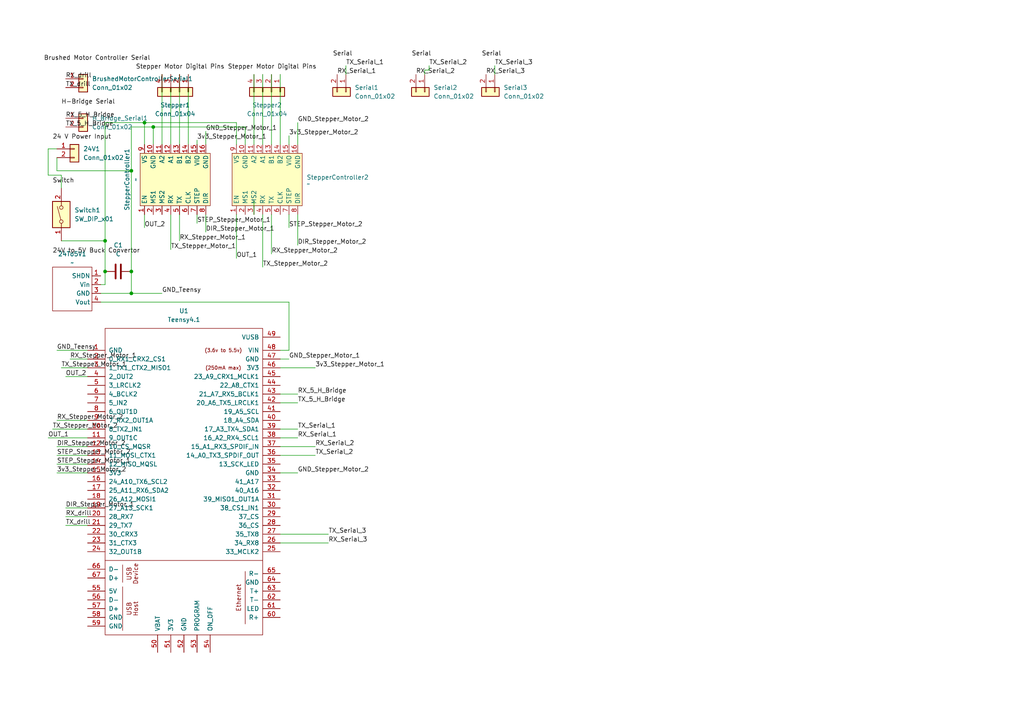
<source format=kicad_sch>
(kicad_sch (version 20231120) (generator "eeschema") (generator_version "8.0")
  (paper "A4")
  (lib_symbols
    (symbol "Bigtree_Tech_TMC2209_V1.3_1"
      (property "Reference" "StepperController1" (at 0 13.97 0))
      (property "Value" "~" (at 0 11.43 0))
      (symbol "Bigtree_Tech_TMC2209_V1.3_1_1_0"
        (pin power_in line (at 10.16 6.35 180) (length 2.54) (name "GND") (number "10"))
        (pin output line (at 10.16 3.81 180) (length 2.54) (name "A2") (number "11"))
        (pin output line (at 10.16 1.27 180) (length 2.54) (name "A1") (number "12"))
        (pin output line (at 10.16 -1.27 180) (length 2.54) (name "B1") (number "13"))
        (pin output line (at 10.16 -3.81 180) (length 2.54) (name "B2") (number "14"))
        (pin power_in line (at 10.16 -6.35 180) (length 2.54) (name "VIO") (number "15"))
        (pin power_in line (at 10.16 -8.89 180) (length 2.54) (name "GND") (number "16"))
        (pin power_in line (at 10.16 8.89 180) (length 2.54) (name "VS") (number "9"))
      )
      (symbol "Bigtree_Tech_TMC2209_V1.3_1_1_1"
        (rectangle (start -7.62 10.16) (end 7.62 -10.16) (fill (type background)))
        (pin input line (at -10.16 8.89 0) (length 2.54) (name "EN") (number "1"))
        (pin input line (at -10.16 6.35 0) (length 2.54) (name "MS1") (number "2"))
        (pin input line (at -10.16 3.81 0) (length 2.54) (name "MS2") (number "3"))
        (pin input line (at -10.16 1.27 0) (length 2.54) (name "RX") (number "4"))
        (pin output line (at -10.16 -1.27 0) (length 2.54) (name "TX") (number "5"))
        (pin input line (at -10.16 -3.81 0) (length 2.54) (name "CLK") (number "6"))
        (pin output line (at -10.16 -6.35 0) (length 2.54) (name "STEP") (number "7"))
        (pin output line (at -10.16 -8.89 0) (length 2.54) (name "DIR") (number "8"))
      )
    )
    (symbol "Connector_Generic:Conn_01x02" (pin_names (offset 1.016) hide)
      (property "Reference" "J" (at 0 2.54 0))
      (property "Value" "Conn_01x02" (at 0 -5.08 0))
      (symbol "Conn_01x02_1_1"
        (rectangle (start -1.27 -2.413) (end 0 -2.667) (stroke (width 0.1524)))
        (rectangle (start -1.27 0.127) (end 0 -0.127) (stroke (width 0.1524)))
        (rectangle (start -1.27 1.27) (end 1.27 -3.81) (stroke (width 0.254)) (fill (type background)))
        (pin passive line (at -5.08 0 0) (length 3.81) (name "Pin_1") (number "1"))
        (pin passive line (at -5.08 -2.54 0) (length 3.81) (name "Pin_2") (number "2"))
      )
    )
    (symbol "Connector_Generic:Conn_01x04" (pin_names (offset 1.016) hide)
      (property "Reference" "J" (at 0 5.08 0))
      (property "Value" "Conn_01x04" (at 0 -7.62 0))
      (symbol "Conn_01x04_1_1"
        (rectangle (start -1.27 -4.953) (end 0 -5.207) (stroke (width 0.1524)))
        (rectangle (start -1.27 -2.413) (end 0 -2.667) (stroke (width 0.1524)))
        (rectangle (start -1.27 0.127) (end 0 -0.127) (stroke (width 0.1524)))
        (rectangle (start -1.27 2.667) (end 0 2.413) (stroke (width 0.1524)))
        (rectangle (start -1.27 3.81) (end 1.27 -6.35) (stroke (width 0.254)) (fill (type background)))
        (pin passive line (at -5.08 2.54 0) (length 3.81) (name "Pin_1") (number "1"))
        (pin passive line (at -5.08 0 0) (length 3.81) (name "Pin_2") (number "2"))
        (pin passive line (at -5.08 -2.54 0) (length 3.81) (name "Pin_3") (number "3"))
        (pin passive line (at -5.08 -5.08 0) (length 3.81) (name "Pin_4") (number "4"))
      )
    )
    (symbol "Device:C" (pin_numbers hide) (pin_names (offset 0.254))
      (property "Reference" "C" (at 0.635 2.54 0))
      (property "Value" "C" (at 0.635 -2.54 0))
      (symbol "C_0_1"
        (polyline (pts (xy -2.032 -0.762) (xy 2.032 -0.762)) (stroke (width 0.508)))
        (polyline (pts (xy -2.032 0.762) (xy 2.032 0.762)) (stroke (width 0.508)))
      )
      (symbol "C_1_1"
        (pin passive line (at 0 3.81 270) (length 2.794) (name "~") (number "1"))
        (pin passive line (at 0 -3.81 90) (length 2.794) (name "~") (number "2"))
      )
    )
    (symbol "Pololu_5V_D24V5F5:D24V5F5"
      (property "Reference" "U2" (at -5.715 11.43 0))
      (property "Value" "~" (at -5.715 8.89 0))
      (symbol "D24V5F5_0_1"
        (rectangle (start 0 7.62) (end -11.43 -5.08))
      )
      (symbol "D24V5F5_1_1"
        (pin power_in line (at 2.54 5.08 180) (length 2.54) (name "SHDN") (number "1"))
        (pin power_in line (at 2.54 2.54 180) (length 2.54) (name "Vin") (number "2"))
        (pin power_in line (at 2.54 0 180) (length 2.54) (name "GND") (number "3"))
        (pin power_out line (at 2.54 -2.54 180) (length 2.54) (name "Vout") (number "4"))
      )
    )
    (symbol "Switch:SW_DIP_x01" (pin_names (offset 0) hide)
      (property "Reference" "SW" (at 0 3.81 0))
      (property "Value" "SW_DIP_x01" (at 0 -3.81 0))
      (symbol "SW_DIP_x01_0_0"
        (circle (center -2.032 0) (radius 0.508))
        (polyline (pts (xy -1.524 0.127) (xy 2.3622 1.1684)))
        (circle (center 2.032 0) (radius 0.508))
      )
      (symbol "SW_DIP_x01_0_1"
        (rectangle (start -3.81 2.54) (end 3.81 -2.54) (stroke (width 0.254)) (fill (type background)))
      )
      (symbol "SW_DIP_x01_1_1"
        (pin passive line (at -7.62 0 0) (length 5.08) (name "~") (number "1"))
        (pin passive line (at 7.62 0 180) (length 5.08) (name "~") (number "2"))
      )
    )
    (symbol "TMC2209:Bigtree_Tech_TMC2209_V1.3"
      (property "Reference" "StepperController2" (at 0.6351 -11.43 90))
      (property "Value" "~" (at -1.27 -11.43 90))
      (symbol "Bigtree_Tech_TMC2209_V1.3_1_0"
        (pin power_in line (at 10.16 6.35 180) (length 2.54) (name "GND") (number "10"))
        (pin output line (at 10.16 3.81 180) (length 2.54) (name "A2") (number "11"))
        (pin output line (at 10.16 1.27 180) (length 2.54) (name "A1") (number "12"))
        (pin output line (at 10.16 -1.27 180) (length 2.54) (name "B1") (number "13"))
        (pin output line (at 10.16 -3.81 180) (length 2.54) (name "B2") (number "14"))
        (pin power_in line (at 10.16 -6.35 180) (length 2.54) (name "VIO") (number "15"))
        (pin power_in line (at 10.16 -8.89 180) (length 2.54) (name "GND") (number "16"))
        (pin power_in line (at 10.16 8.89 180) (length 2.54) (name "VS") (number "9"))
      )
      (symbol "Bigtree_Tech_TMC2209_V1.3_1_1"
        (rectangle (start -7.62 10.16) (end 7.62 -10.16) (fill (type background)))
        (pin input line (at -10.16 8.89 0) (length 2.54) (name "EN") (number "1"))
        (pin input line (at -10.16 6.35 0) (length 2.54) (name "MS1") (number "2"))
        (pin input line (at -10.16 3.81 0) (length 2.54) (name "MS2") (number "3"))
        (pin input line (at -10.16 1.27 0) (length 2.54) (name "RX") (number "4"))
        (pin output line (at -10.16 -1.27 0) (length 2.54) (name "TX") (number "5"))
        (pin input line (at -10.16 -3.81 0) (length 2.54) (name "CLK") (number "6"))
        (pin output line (at -10.16 -6.35 0) (length 2.54) (name "STEP") (number "7"))
        (pin output line (at -10.16 -8.89 0) (length 2.54) (name "DIR") (number "8"))
      )
    )
    (symbol "teensy:Teensy4.1" (pin_names (offset 1.016))
      (property "Reference" "U" (at 0 64.77 0))
      (property "Value" "Teensy4.1" (at 0 62.23 0))
      (symbol "Teensy4.1_0_0"
        (polyline (pts (xy -22.86 -6.35) (xy 22.86 -6.35)))
        (polyline (pts (xy -17.78 -26.67) (xy -17.78 -13.97)))
        (polyline (pts (xy -17.78 -7.62) (xy -17.78 -12.7)))
        (polyline (pts (xy 17.78 -9.525) (xy 17.78 -24.765)))
        (text "(250mA max)" (at 11.43 49.53 0) (effects (font (size 1.016 1.016))))
        (text "(3.6v to 5.5v)" (at 11.43 54.61 0) (effects (font (size 1.016 1.016))))
        (text "Device" (at -13.97 -10.16 900) (effects (font (size 1.27 1.27))))
        (text "Ethernet" (at 15.875 -17.145 900) (effects (font (size 1.27 1.27))))
        (text "Host" (at -13.97 -20.32 900) (effects (font (size 1.27 1.27))))
        (text "USB" (at -15.875 -20.32 900) (effects (font (size 1.27 1.27))))
        (text "USB" (at -15.875 -10.16 900) (effects (font (size 1.27 1.27))))
        (pin bidirectional line (at -27.94 31.75 0) (length 5.08) (name "8_TX2_IN1") (number "10"))
        (pin bidirectional line (at -27.94 29.21 0) (length 5.08) (name "9_OUT1C") (number "11"))
        (pin bidirectional line (at -27.94 26.67 0) (length 5.08) (name "10_CS_MQSR") (number "12"))
        (pin bidirectional line (at -27.94 24.13 0) (length 5.08) (name "11_MOSI_CTX1") (number "13"))
        (pin bidirectional line (at -27.94 21.59 0) (length 5.08) (name "12_MISO_MQSL") (number "14"))
        (pin power_in line (at -27.94 19.05 0) (length 5.08) (name "3V3") (number "15"))
        (pin bidirectional line (at -27.94 16.51 0) (length 5.08) (name "24_A10_TX6_SCL2") (number "16"))
        (pin bidirectional line (at -27.94 13.97 0) (length 5.08) (name "25_A11_RX6_SDA2") (number "17"))
        (pin bidirectional line (at -27.94 11.43 0) (length 5.08) (name "26_A12_MOSI1") (number "18"))
        (pin bidirectional line (at -27.94 8.89 0) (length 5.08) (name "27_A13_SCK1") (number "19"))
        (pin bidirectional line (at -27.94 6.35 0) (length 5.08) (name "28_RX7") (number "20"))
        (pin bidirectional line (at -27.94 3.81 0) (length 5.08) (name "29_TX7") (number "21"))
        (pin bidirectional line (at -27.94 1.27 0) (length 5.08) (name "30_CRX3") (number "22"))
        (pin bidirectional line (at -27.94 -1.27 0) (length 5.08) (name "31_CTX3") (number "23"))
        (pin bidirectional line (at -27.94 -3.81 0) (length 5.08) (name "32_OUT1B") (number "24"))
        (pin bidirectional line (at 27.94 -3.81 180) (length 5.08) (name "33_MCLK2") (number "25"))
        (pin bidirectional line (at 27.94 -1.27 180) (length 5.08) (name "34_RX8") (number "26"))
        (pin bidirectional line (at 27.94 1.27 180) (length 5.08) (name "35_TX8") (number "27"))
        (pin bidirectional line (at 27.94 3.81 180) (length 5.08) (name "36_CS") (number "28"))
        (pin bidirectional line (at 27.94 6.35 180) (length 5.08) (name "37_CS") (number "29"))
        (pin bidirectional line (at 27.94 8.89 180) (length 5.08) (name "38_CS1_IN1") (number "30"))
        (pin bidirectional line (at 27.94 11.43 180) (length 5.08) (name "39_MISO1_OUT1A") (number "31"))
        (pin bidirectional line (at 27.94 13.97 180) (length 5.08) (name "40_A16") (number "32"))
        (pin bidirectional line (at 27.94 16.51 180) (length 5.08) (name "41_A17") (number "33"))
        (pin bidirectional line (at 27.94 21.59 180) (length 5.08) (name "13_SCK_LED") (number "35"))
        (pin bidirectional line (at 27.94 24.13 180) (length 5.08) (name "14_A0_TX3_SPDIF_OUT") (number "36"))
        (pin bidirectional line (at 27.94 26.67 180) (length 5.08) (name "15_A1_RX3_SPDIF_IN") (number "37"))
        (pin bidirectional line (at 27.94 29.21 180) (length 5.08) (name "16_A2_RX4_SCL1") (number "38"))
        (pin bidirectional line (at 27.94 31.75 180) (length 5.08) (name "17_A3_TX4_SDA1") (number "39"))
        (pin bidirectional line (at 27.94 34.29 180) (length 5.08) (name "18_A4_SDA") (number "40"))
        (pin bidirectional line (at 27.94 36.83 180) (length 5.08) (name "19_A5_SCL") (number "41"))
        (pin bidirectional line (at 27.94 39.37 180) (length 5.08) (name "20_A6_TX5_LRCLK1") (number "42"))
        (pin bidirectional line (at 27.94 41.91 180) (length 5.08) (name "21_A7_RX5_BCLK1") (number "43"))
        (pin bidirectional line (at 27.94 44.45 180) (length 5.08) (name "22_A8_CTX1") (number "44"))
        (pin bidirectional line (at 27.94 46.99 180) (length 5.08) (name "23_A9_CRX1_MCLK1") (number "45"))
        (pin output line (at 27.94 49.53 180) (length 5.08) (name "3V3") (number "46"))
        (pin output line (at 27.94 52.07 180) (length 5.08) (name "GND") (number "47"))
        (pin power_in line (at 27.94 54.61 180) (length 5.08) (name "VIN") (number "48"))
        (pin power_out line (at 27.94 58.42 180) (length 5.08) (name "VUSB") (number "49"))
        (pin bidirectional line (at -27.94 44.45 0) (length 5.08) (name "3_LRCLK2") (number "5"))
        (pin power_in line (at -7.62 -33.02 90) (length 5.08) (name "VBAT") (number "50"))
        (pin power_in line (at -3.81 -33.02 90) (length 5.08) (name "3V3") (number "51"))
        (pin input line (at 0 -33.02 90) (length 5.08) (name "GND") (number "52"))
        (pin input line (at 3.81 -33.02 90) (length 5.08) (name "PROGRAM") (number "53"))
        (pin input line (at 7.62 -33.02 90) (length 5.08) (name "ON_OFF") (number "54"))
        (pin power_out line (at -27.94 -15.24 0) (length 5.08) (name "5V") (number "55"))
        (pin bidirectional line (at -27.94 -17.78 0) (length 5.08) (name "D-") (number "56"))
        (pin bidirectional line (at -27.94 -20.32 0) (length 5.08) (name "D+") (number "57"))
        (pin power_in line (at -27.94 -22.86 0) (length 5.08) (name "GND") (number "58"))
        (pin power_in line (at -27.94 -25.4 0) (length 5.08) (name "GND") (number "59"))
        (pin bidirectional line (at -27.94 41.91 0) (length 5.08) (name "4_BCLK2") (number "6"))
        (pin bidirectional line (at 27.94 -22.86 180) (length 5.08) (name "R+") (number "60"))
        (pin bidirectional line (at 27.94 -20.32 180) (length 5.08) (name "LED") (number "61"))
        (pin bidirectional line (at 27.94 -17.78 180) (length 5.08) (name "T-") (number "62"))
        (pin bidirectional line (at 27.94 -15.24 180) (length 5.08) (name "T+") (number "63"))
        (pin power_in line (at 27.94 -12.7 180) (length 5.08) (name "GND") (number "64"))
        (pin bidirectional line (at 27.94 -10.16 180) (length 5.08) (name "R-") (number "65"))
        (pin bidirectional line (at -27.94 -8.89 0) (length 5.08) (name "D-") (number "66"))
        (pin bidirectional line (at -27.94 -11.43 0) (length 5.08) (name "D+") (number "67"))
        (pin bidirectional line (at -27.94 39.37 0) (length 5.08) (name "5_IN2") (number "7"))
        (pin bidirectional line (at -27.94 36.83 0) (length 5.08) (name "6_OUT1D") (number "8"))
        (pin bidirectional line (at -27.94 34.29 0) (length 5.08) (name "7_RX2_OUT1A") (number "9"))
      )
      (symbol "Teensy4.1_0_1"
        (rectangle (start -22.86 60.96) (end 22.86 -27.94))
        (rectangle (start -20.32 -1.27) (end -20.32 -1.27))
      )
      (symbol "Teensy4.1_1_1"
        (pin power_in line (at -27.94 54.61 0) (length 5.08) (name "GND") (number "1"))
        (pin bidirectional line (at -27.94 52.07 0) (length 5.08) (name "0_RX1_CRX2_CS1") (number "2"))
        (pin bidirectional line (at -27.94 49.53 0) (length 5.08) (name "1_TX1_CTX2_MISO1") (number "3"))
        (pin power_in line (at 27.94 19.05 180) (length 5.08) (name "GND") (number "34"))
        (pin bidirectional line (at -27.94 46.99 0) (length 5.08) (name "2_OUT2") (number "4"))
      )
    )
  )
  (junction (at 44.45 36.83))
  (junction (at 38.1 85.09))
  (junction (at 30.48 78.74))
  (junction (at 38.1 78.74))
  (junction (at 41.91 35.56))
  (junction (at 38.1 49.53))
  (junction (at 30.48 69.85))
  (wire (pts (xy 16.51 43.18) (xy 13.97 43.18)))
  (wire (pts (xy 86.36 71.12) (xy 86.36 62.23)))
  (wire (pts (xy 73.66 21.59) (xy 73.66 41.91)))
  (wire (pts (xy 29.21 85.09) (xy 38.1 85.09)))
  (wire (pts (xy 81.28 137.16) (xy 86.36 137.16)))
  (wire (pts (xy 41.91 62.23) (xy 41.91 66.04)))
  (wire (pts (xy 30.48 82.55) (xy 29.21 82.55)))
  (wire (pts (xy 19.05 149.86) (xy 25.4 149.86)))
  (wire (pts (xy 81.28 116.84) (xy 86.36 116.84)))
  (wire (pts (xy 13.97 50.8) (xy 17.78 50.8)))
  (wire (pts (xy 19.05 152.4) (xy 25.4 152.4)))
  (wire (pts (xy 86.36 35.56) (xy 86.36 41.91)))
  (wire (pts (xy 81.28 124.46) (xy 86.36 124.46)))
  (wire (pts (xy 81.28 104.14) (xy 83.82 104.14)))
  (wire (pts (xy 17.78 69.85) (xy 30.48 69.85)))
  (wire (pts (xy 30.48 35.56) (xy 41.91 35.56)))
  (wire (pts (xy 38.1 49.53) (xy 16.51 49.53)))
  (wire (pts (xy 16.51 49.53) (xy 16.51 45.72)))
  (wire (pts (xy 83.82 87.63) (xy 83.82 101.6)))
  (wire (pts (xy 25.4 127) (xy 13.97 127)))
  (wire (pts (xy 81.28 154.94) (xy 95.25 154.94)))
  (wire (pts (xy 81.28 129.54) (xy 91.44 129.54)))
  (wire (pts (xy 124.46 20.32) (xy 123.19 20.32)))
  (wire (pts (xy 38.1 36.83) (xy 44.45 36.83)))
  (wire (pts (xy 41.91 35.56) (xy 41.91 41.91)))
  (wire (pts (xy 49.53 72.39) (xy 49.53 62.23)))
  (wire (pts (xy 16.51 137.16) (xy 25.4 137.16)))
  (wire (pts (xy 25.4 124.46) (xy 15.24 124.46)))
  (wire (pts (xy 76.2 62.23) (xy 76.2 77.47)))
  (wire (pts (xy 17.78 50.8) (xy 17.78 54.61)))
  (wire (pts (xy 78.74 62.23) (xy 78.74 73.66)))
  (wire (pts (xy 25.4 121.92) (xy 16.51 121.92)))
  (wire (pts (xy 44.45 36.83) (xy 71.12 36.83)))
  (wire (pts (xy 68.58 74.93) (xy 68.58 62.23)))
  (wire (pts (xy 52.07 21.59) (xy 52.07 41.91)))
  (wire (pts (xy 25.4 106.68) (xy 17.78 106.68)))
  (wire (pts (xy 29.21 87.63) (xy 83.82 87.63)))
  (wire (pts (xy 38.1 78.74) (xy 38.1 85.09)))
  (wire (pts (xy 30.48 78.74) (xy 30.48 82.55)))
  (wire (pts (xy 123.19 20.32) (xy 123.19 21.59)))
  (wire (pts (xy 57.15 62.23) (xy 57.15 64.77)))
  (wire (pts (xy 13.97 43.18) (xy 13.97 50.8)))
  (wire (pts (xy 83.82 39.37) (xy 83.82 41.91)))
  (wire (pts (xy 81.28 132.08) (xy 91.44 132.08)))
  (wire (pts (xy 81.28 114.3) (xy 86.36 114.3)))
  (wire (pts (xy 19.05 109.22) (xy 25.4 109.22)))
  (wire (pts (xy 68.58 35.56) (xy 68.58 41.91)))
  (wire (pts (xy 16.51 134.62) (xy 25.4 134.62)))
  (wire (pts (xy 81.28 101.6) (xy 83.82 101.6)))
  (wire (pts (xy 76.2 21.59) (xy 76.2 41.91)))
  (wire (pts (xy 16.51 132.08) (xy 25.4 132.08)))
  (wire (pts (xy 81.28 21.59) (xy 81.28 41.91)))
  (wire (pts (xy 52.07 62.23) (xy 52.07 69.85)))
  (wire (pts (xy 30.48 69.85) (xy 30.48 35.56)))
  (wire (pts (xy 81.28 157.48) (xy 95.25 157.48)))
  (wire (pts (xy 16.51 101.6) (xy 25.4 101.6)))
  (wire (pts (xy 49.53 21.59) (xy 49.53 41.91)))
  (wire (pts (xy 46.99 21.59) (xy 46.99 41.91)))
  (wire (pts (xy 30.48 69.85) (xy 30.48 78.74)))
  (wire (pts (xy 78.74 21.59) (xy 78.74 41.91)))
  (wire (pts (xy 25.4 147.32) (xy 19.05 147.32)))
  (wire (pts (xy 71.12 36.83) (xy 71.12 41.91)))
  (wire (pts (xy 16.51 129.54) (xy 25.4 129.54)))
  (wire (pts (xy 38.1 49.53) (xy 38.1 36.83)))
  (wire (pts (xy 81.28 106.68) (xy 91.44 106.68)))
  (wire (pts (xy 100.33 19.05) (xy 100.33 21.59)))
  (wire (pts (xy 81.28 127) (xy 86.36 127)))
  (wire (pts (xy 59.69 62.23) (xy 59.69 67.31)))
  (wire (pts (xy 41.91 35.56) (xy 68.58 35.56)))
  (wire (pts (xy 57.15 40.64) (xy 57.15 41.91)))
  (wire (pts (xy 143.51 19.05) (xy 143.51 21.59)))
  (wire (pts (xy 38.1 49.53) (xy 38.1 78.74)))
  (wire (pts (xy 59.69 38.1) (xy 59.69 41.91)))
  (wire (pts (xy 44.45 36.83) (xy 44.45 41.91)))
  (wire (pts (xy 124.46 19.05) (xy 124.46 20.32)))
  (wire (pts (xy 54.61 21.59) (xy 54.61 41.91)))
  (wire (pts (xy 83.82 62.23) (xy 83.82 66.04)))
  (wire (pts (xy 46.99 85.09) (xy 38.1 85.09)))
  (wire (pts (xy 73.66 62.23) (xy 73.66 58.42)))
  (wire (pts (xy 25.4 104.14) (xy 20.32 104.14)))
  (label "DIR_Stepper_Motor_2" (at 16.51 129.54 0))
  (label "OUT_2" (at 19.05 109.22 0))
  (label "STEP_Stepper_Motor_2" (at 16.51 132.08 0))
  (label "RX_Serial_1" (at 97.79 21.59 0))
  (label "3v3_Stepper_Motor_1" (at 91.44 106.68 0))
  (label "RX_5_H_Bridge" (at 86.36 114.3 0))
  (label "TX_Stepper_Motor_1" (at 49.53 72.39 0))
  (label "Serial" (at 96.52 16.51 0))
  (label "Brushed Motor Controller Serial" (at 12.7 17.78 0))
  (label "Switch" (at 15.24 53.34 0))
  (label "STEP_Stepper_Motor_1" (at 16.51 134.62 0))
  (label "RX_Stepper_Motor_2" (at 16.51 121.92 0))
  (label "RX_Stepper_Motor_2" (at 78.74 73.66 0))
  (label "GND_Stepper_Motor_2" (at 86.36 35.56 0))
  (label "RX_drill" (at 19.05 22.86 0))
  (label "RX_Stepper_Motor_1" (at 52.07 69.85 0))
  (label "RX_Serial_2" (at 120.65 21.59 0))
  (label "RX_Serial_1" (at 86.36 127 0))
  (label "GND_Stepper_Motor_1" (at 59.69 38.1 0))
  (label "TX_Stepper_Motor_1" (at 17.78 106.68 0))
  (label "RX_Stepper_Motor_1" (at 20.32 104.14 0))
  (label "Stepper Motor Digital Pins" (at 66.04 20.32 0))
  (label "3v3_Stepper_Motor_1" (at 57.15 40.64 0))
  (label "RX_Serial_3" (at 95.25 157.48 0))
  (label "Serial" (at 119.38 16.51 0))
  (label "STEP_Stepper_Motor_2" (at 83.82 66.04 0))
  (label "TX_Serial_1" (at 86.36 124.46 0))
  (label "RX_drill" (at 19.05 149.86 0))
  (label "TX_Stepper_Motor_2" (at 76.2 77.47 0))
  (label "TX_drill" (at 19.05 25.4 0))
  (label "STEP_Stepper_Motor_1" (at 57.15 64.77 0))
  (label "H-Bridge Serial" (at 17.78 30.48 0))
  (label "24 V Power Input" (at 15.24 40.64 0))
  (label "GND_Teensy" (at 46.99 85.09 0))
  (label "TX_Stepper_Motor_2" (at 15.24 124.46 0))
  (label "GND_Stepper_Motor_2" (at 86.36 137.16 0))
  (label "OUT_1" (at 68.58 74.93 0))
  (label "TX_drill" (at 19.05 152.4 0))
  (label "RX_5_H_Bridge" (at 19.05 34.29 0))
  (label "DIR_Stepper_Motor_1" (at 59.69 67.31 0))
  (label "OUT_1" (at 13.97 127 0))
  (label "TX_5_H_Bridge" (at 86.36 116.84 0))
  (label "Stepper Motor Digital Pins" (at 39.37 20.32 0))
  (label "3v3_Stepper_Motor_2" (at 83.82 39.37 0))
  (label "RX_Serial_3" (at 140.97 21.59 0))
  (label "TX_5_H_Bridge" (at 19.05 36.83 0))
  (label "OUT_2" (at 41.91 66.04 0))
  (label "DIR_Stepper_Motor_2" (at 86.36 71.12 0))
  (label "3v3_Stepper_Motor_2" (at 16.51 137.16 0))
  (label "DIR_Stepper_Motor_1" (at 19.05 147.32 0))
  (label "24V to 5V Buck Convertor" (at 15.24 73.66 0))
  (label "TX_Serial_2" (at 91.44 132.08 0))
  (label "TX_Serial_1" (at 100.33 19.05 0))
  (label "GND_Stepper_Motor_1" (at 83.82 104.14 0))
  (label "TX_Serial_2" (at 124.46 19.05 0))
  (label "TX_Serial_3" (at 95.25 154.94 0))
  (label "RX_Serial_2" (at 91.44 129.54 0))
  (label "TX_Serial_3" (at 143.51 19.05 0))
  (label "Serial" (at 139.7 16.51 0))
  (label "GND_Teensy" (at 16.51 101.6 0))
  (symbol (lib_id "Connector_Generic:Conn_01x02") (at 143.51 26.67 270) (unit 1)
    (property "Reference" "Serial3" (at 146.05 25.3999 90) (effects (justify left)))
    (property "Value" "Conn_01x02" (at 146.05 27.9399 90) (effects (justify left)))
    (property "Footprint" "Connector_JST:JST_EH_B2B-EH-A_1x02_P2.50mm_Vertical" (effects (hide yes)))
    (property "Description" "Generic connector, single row, 01x02, script generated (kicad-library-utils/schlib/autogen/connector/)" (effects (hide yes)))
  )
  (symbol (lib_name "TMC2209:Bigtree_Tech_TMC2209_V1.3") (lib_id "TMC2209:Bigtree_Tech_TMC2209_V1.3") (at 77.47 52.07 90) (unit 1)
    (property "Reference" "StepperController2" (at 88.9 51.4349 90) (effects (justify right)))
    (property "Value" "~" (at 88.9 53.34 90) (effects (justify right)))
    (property "Footprint" "Bigtreetech_TMC2209:Bigtree_Tech_TMC2209_V1.3" (effects (hide yes)))
  )
  (symbol (lib_id "Connector_Generic:Conn_01x04") (at 52.07 26.67 270) (unit 1)
    (property "Reference" "Stepper1" (at 50.8 30.48 90))
    (property "Value" "Conn_01x04" (at 50.8 33.02 90))
    (property "Footprint" "Connector_JST:JST_EH_B4B-EH-A_1x04_P2.50mm_Vertical" (effects (hide yes)))
    (property "Description" "Generic connector, single row, 01x04, script generated (kicad-library-utils/schlib/autogen/connector/)" (effects (hide yes)))
  )
  (symbol (lib_id "Switch:SW_DIP_x01") (at 17.78 62.23 90) (unit 1)
    (property "Reference" "Switch1" (at 21.59 60.9599 90) (effects (justify right)))
    (property "Value" "SW_DIP_x01" (at 21.59 63.4999 90) (effects (justify right)))
    (property "Footprint" "Button_Switch_THT:SW_DIP_SPSTx01_Slide_9.78x4.72mm_W7.62mm_P2.54mm" (effects (hide yes)))
    (property "Description" "1x DIP Switch, Single Pole Single Throw (SPST) switch, small symbol" (effects (hide yes)))
  )
  (symbol (lib_id "Connector_Generic:Conn_01x02") (at 123.19 26.67 270) (unit 1)
    (property "Reference" "Serial2" (at 125.73 25.3999 90) (effects (justify left)))
    (property "Value" "Conn_01x02" (at 125.73 27.9399 90) (effects (justify left)))
    (property "Footprint" "Connector_JST:JST_EH_B2B-EH-A_1x02_P2.50mm_Vertical" (effects (hide yes)))
    (property "Description" "Generic connector, single row, 01x02, script generated (kicad-library-utils/schlib/autogen/connector/)" (effects (hide yes)))
  )
  (symbol (lib_id "Connector_Generic:Conn_01x04") (at 78.74 26.67 270) (unit 1)
    (property "Reference" "Stepper2" (at 77.47 30.48 90))
    (property "Value" "Conn_01x04" (at 77.47 33.02 90))
    (property "Footprint" "Connector_JST:JST_EH_B4B-EH-A_1x04_P2.50mm_Vertical" (effects (hide yes)))
    (property "Description" "Generic connector, single row, 01x04, script generated (kicad-library-utils/schlib/autogen/connector/)" (effects (hide yes)))
  )
  (symbol (lib_name "Bigtree_Tech_TMC2209_V1.3_1") (lib_id "TMC2209:Bigtree_Tech_TMC2209_V1.3") (at 50.8 52.07 90) (unit 1)
    (property "Reference" "StepperController1" (at 36.83 52.07 0))
    (property "Value" "~" (at 39.37 52.07 0))
    (property "Footprint" "Bigtreetech_TMC2209:Bigtree_Tech_TMC2209_V1.3" (effects (hide yes)))
  )
  (symbol (lib_id "Pololu_5V_D24V5F5:D24V5F5") (at 26.67 85.09 0) (unit 1)
    (property "Reference" "24To5V1" (at 20.955 73.66 0))
    (property "Value" "~" (at 20.955 76.2 0))
    (property "Footprint" "Connector_PinHeader_2.54mm:PinHeader_1x04_P2.54mm_Vertical" (effects (hide yes)))
  )
  (symbol (lib_id "Connector_Generic:Conn_01x02") (at 24.13 34.29 0) (unit 1)
    (property "Reference" "H_Bridge_Serial1" (at 26.67 34.2899 0) (effects (justify left)))
    (property "Value" "Conn_01x02" (at 26.67 36.8299 0) (effects (justify left)))
    (property "Footprint" "Connector_JST:JST_EH_B2B-EH-A_1x02_P2.50mm_Vertical" (effects (hide yes)))
    (property "Description" "Generic connector, single row, 01x02, script generated (kicad-library-utils/schlib/autogen/connector/)" (effects (hide yes)))
  )
  (symbol (lib_id "teensy:Teensy4.1") (at 53.34 156.21 0) (unit 1)
    (property "Reference" "U1" (at 53.34 90.17 0))
    (property "Value" "Teensy4.1" (at 53.34 92.71 0))
    (property "Footprint" "Teensy:Teensy41" (effects (hide yes)))
  )
  (symbol (lib_id "Connector_Generic:Conn_01x02") (at 21.59 43.18 0) (unit 1)
    (property "Reference" "24V1" (at 24.13 43.1799 0) (effects (justify left)))
    (property "Value" "Conn_01x02" (at 24.13 45.7199 0) (effects (justify left)))
    (property "Footprint" "Connector_JST:JST_EH_B2B-EH-A_1x02_P2.50mm_Vertical" (effects (hide yes)))
    (property "Description" "Generic connector, single row, 01x02, script generated (kicad-library-utils/schlib/autogen/connector/)" (effects (hide yes)))
  )
  (symbol (lib_id "Device:C") (at 34.29 78.74 90) (unit 1)
    (property "Reference" "C1" (at 34.29 71.12 90))
    (property "Value" "C" (at 34.29 73.66 90))
    (property "Footprint" "Capacitor_THT:CP_Radial_D4.0mm_P1.50mm" (effects (hide yes)))
    (property "Description" "Unpolarized capacitor" (effects (hide yes)))
  )
  (symbol (lib_id "Connector_Generic:Conn_01x02") (at 24.13 22.86 0) (unit 1)
    (property "Reference" "BrushedMotorControllerSerial1" (at 26.67 22.8599 0) (effects (justify left)))
    (property "Value" "Conn_01x02" (at 26.67 25.3999 0) (effects (justify left)))
    (property "Footprint" "Connector_JST:JST_EH_B2B-EH-A_1x02_P2.50mm_Vertical" (effects (hide yes)))
    (property "Description" "Generic connector, single row, 01x02, script generated (kicad-library-utils/schlib/autogen/connector/)" (effects (hide yes)))
  )
  (symbol (lib_id "Connector_Generic:Conn_01x02") (at 100.33 26.67 270) (unit 1)
    (property "Reference" "Serial1" (at 102.87 25.3999 90) (effects (justify left)))
    (property "Value" "Conn_01x02" (at 102.87 27.9399 90) (effects (justify left)))
    (property "Footprint" "Connector_JST:JST_EH_B2B-EH-A_1x02_P2.50mm_Vertical" (effects (hide yes)))
    (property "Description" "Generic connector, single row, 01x02, script generated (kicad-library-utils/schlib/autogen/connector/)" (effects (hide yes)))
  )
)
</source>
